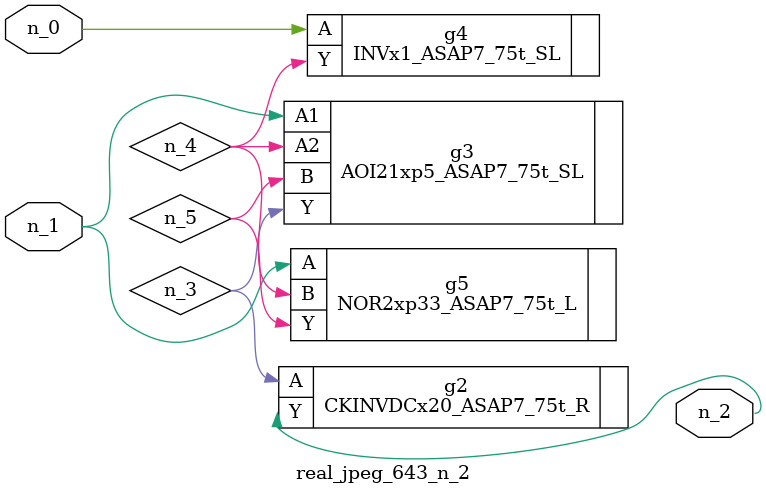
<source format=v>
module real_jpeg_643_n_2 (n_1, n_0, n_2);

input n_1;
input n_0;

output n_2;

wire n_5;
wire n_4;
wire n_3;

INVx1_ASAP7_75t_SL g4 ( 
.A(n_0),
.Y(n_4)
);

AOI21xp5_ASAP7_75t_SL g3 ( 
.A1(n_1),
.A2(n_4),
.B(n_5),
.Y(n_3)
);

NOR2xp33_ASAP7_75t_L g5 ( 
.A(n_1),
.B(n_4),
.Y(n_5)
);

CKINVDCx20_ASAP7_75t_R g2 ( 
.A(n_3),
.Y(n_2)
);


endmodule
</source>
